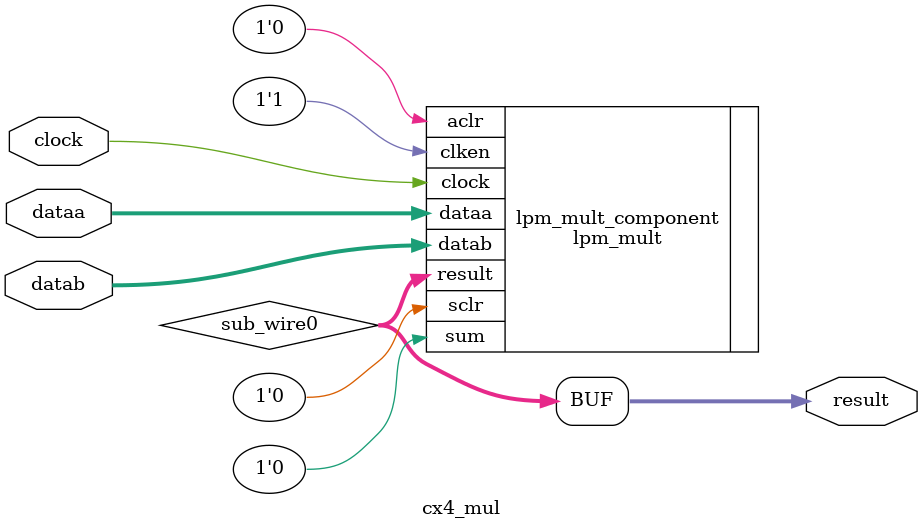
<source format=v>
module cx4_mul (
	clock,
	dataa,
	datab,
	result);
	input	  clock;
	input	[23:0]  dataa;
	input	[23:0]  datab;
	output	[47:0]  result;
	wire [47:0] sub_wire0;
	wire [47:0] result = sub_wire0[47:0];
	lpm_mult	lpm_mult_component (
				.clock (clock),
				.dataa (dataa),
				.datab (datab),
				.result (sub_wire0),
				.aclr (1'b0),
				.clken (1'b1),
				.sclr (1'b0),
				.sum (1'b0));
	defparam
		lpm_mult_component.lpm_hint = "MAXIMIZE_SPEED=9",
		lpm_mult_component.lpm_pipeline = 2,
		lpm_mult_component.lpm_representation = "SIGNED",
		lpm_mult_component.lpm_type = "LPM_MULT",
		lpm_mult_component.lpm_widtha = 24,
		lpm_mult_component.lpm_widthb = 24,
		lpm_mult_component.lpm_widthp = 48;
endmodule
</source>
